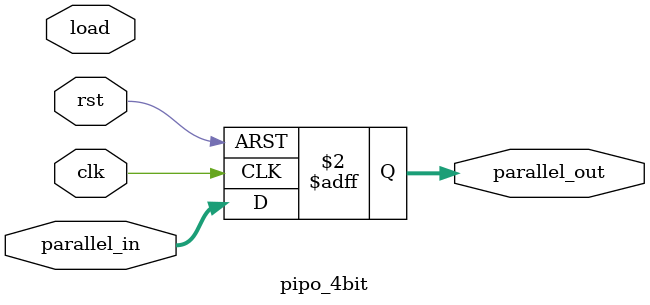
<source format=v>
module pipo_4bit(input clk, rst, load, input [3:0] parallel_in, output reg [3:0] parallel_out);
  always@(posedge clk or posedge rst) begin
    if(rst)
      parallel_out <= 1'b0000;
    else
      parallel_out <= parallel_in;
  end
endmodule

</source>
